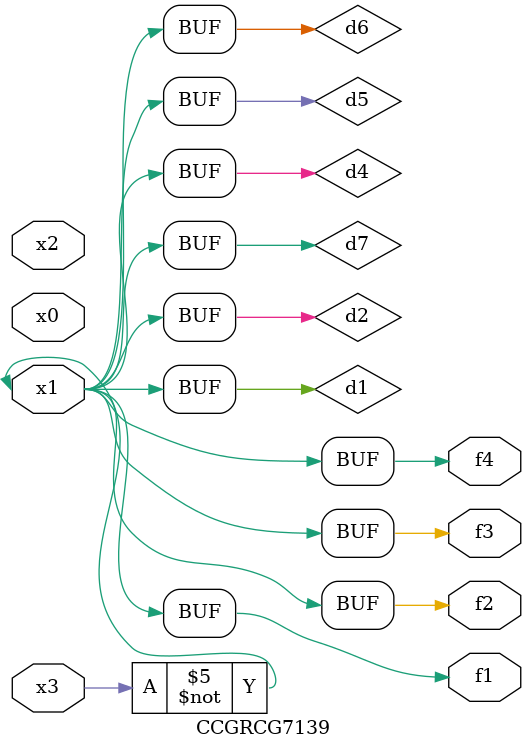
<source format=v>
module CCGRCG7139(
	input x0, x1, x2, x3,
	output f1, f2, f3, f4
);

	wire d1, d2, d3, d4, d5, d6, d7;

	not (d1, x3);
	buf (d2, x1);
	xnor (d3, d1, d2);
	nor (d4, d1);
	buf (d5, d1, d2);
	buf (d6, d4, d5);
	nand (d7, d4);
	assign f1 = d6;
	assign f2 = d7;
	assign f3 = d6;
	assign f4 = d6;
endmodule

</source>
